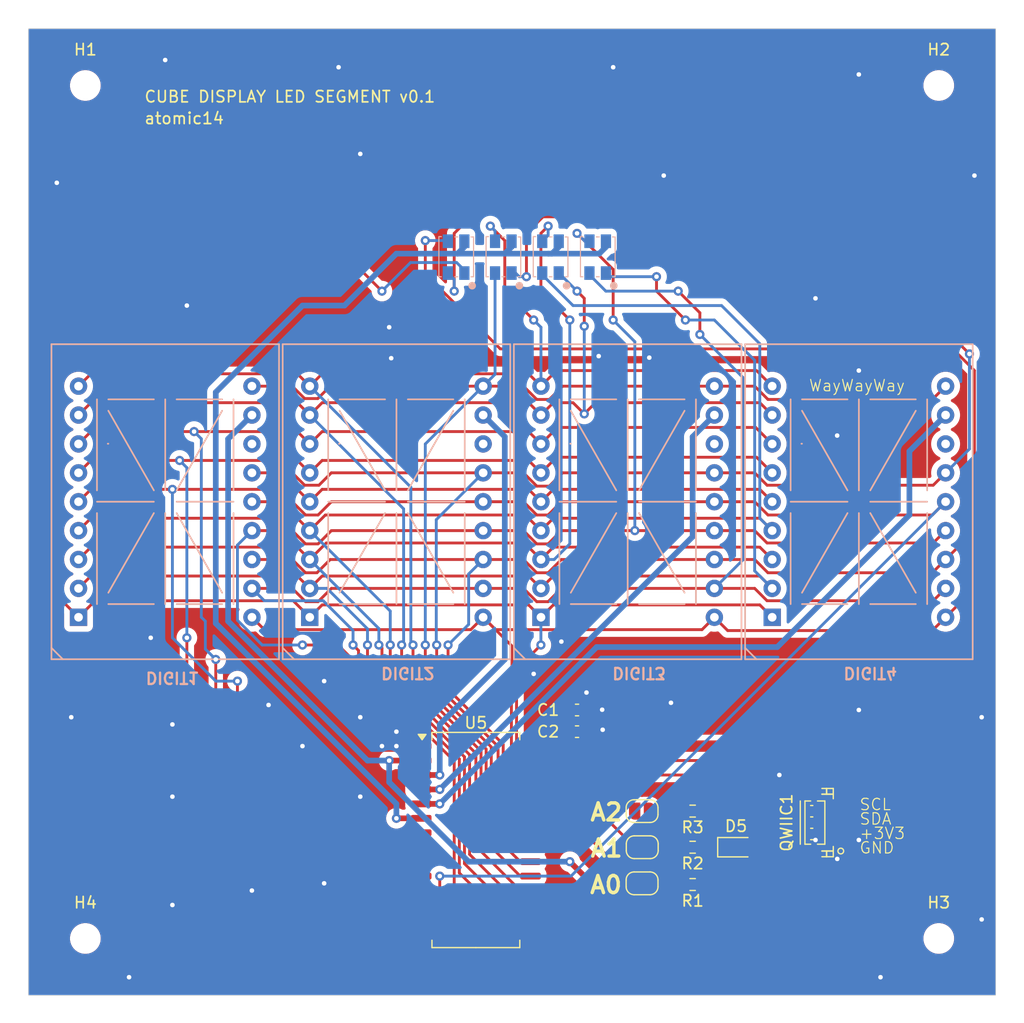
<source format=kicad_pcb>
(kicad_pcb (version 20241229) (generator "pcbnew") (generator_version "9.0")
  (layers (0 "F.Cu" signal) (2 "B.Cu" signal) (13 "F.Paste" user) (15 "B.Paste" user) (5 "F.SilkS" user "F.Silkscreen") (7 "B.SilkS" user "B.Silkscreen") (1 "F.Mask" user) (3 "B.Mask" user) (25 "Edge.Cuts" user))
  (net 0 "")
  (net 1 "GND")
  (net 2 "/COM4")
  (net 3 "/ROW0")
  (net 4 "/ROW1")
  (net 5 "/ROW2")
  (net 6 "/COM0")
  (net 7 "/ROW3")
  (net 8 "/ROW4")
  (net 9 "/ROW5")
  (net 10 "/ROW6")
  (net 11 "/ROW7")
  (net 12 "/ROW8")
  (net 13 "/ROW9")
  (net 14 "/ROW10")
  (net 15 "/ROW11")
  (net 16 "/COM1")
  (net 17 "/ROW13")
  (net 18 "/ROW14")
  (net 19 "/ROW12")
  (net 20 "/ROW15")
  (net 21 "/COM2")
  (net 22 "/COM3")
  (net 23 "Net-(D5-K)")
  (net 24 "Net-(JP1-B)")
  (net 25 "Net-(JP2-B)")
  (net 26 "Net-(JP3-B)")
  (net 27 "/DP0")
  (net 28 "/DP1")
  (net 29 "/DP2")
  (net 30 "/DP3")
  (net 31 "+3V3")
  (net 32 "SCL")
  (net 33 "SDA")
  (footprint "Package_SO:SOIC-28W_7.5x18.7mm_P1.27mm" (layer "F.Cu") (at 154.305 119.38)
    (property "Reference" "U5")
    (property "Value" "HT16K33-28pin")
  )
  (footprint "Capacitor_SMD:C_0603_1608Metric" (layer "F.Cu") (at 163.195 107.95)
    (property "Reference" "C1")
    (property "Value" "100nF")
  )
  (footprint "Capacitor_SMD:C_0603_1608Metric" (layer "F.Cu") (at 163.195 109.855)
    (property "Reference" "C2")
    (property "Value" "47uF")
  )
  (footprint "Jumper:SolderJumper-2_P1.3mm_Open_RoundedPad1.0x1.5mm" (layer "F.Cu") (at 168.91 116.84)
    (property "Reference" "JP3" (hide yes))
    (property "Value" "SolderJumper_2_Open")
  )
  (footprint "Jumper:SolderJumper-2_P1.3mm_Open_RoundedPad1.0x1.5mm" (layer "F.Cu") (at 168.91 123.19)
    (property "Reference" "JP1" (hide yes))
    (property "Value" "SolderJumper_2_Open")
  )
  (footprint "Resistor_SMD:R_0603_1608Metric" (layer "F.Cu") (at 173.355 116.84 180)
    (property "Reference" "R3")
    (property "Value" "22k")
  )
  (footprint "Resistor_SMD:R_0603_1608Metric" (layer "F.Cu") (at 173.355 123.29668 180)
    (property "Reference" "R1")
    (property "Value" "22k")
  )
  (footprint "Jumper:SolderJumper-2_P1.3mm_Open_RoundedPad1.0x1.5mm" (layer "F.Cu") (at 168.925 120.015)
    (property "Reference" "JP2" (hide yes))
    (property "Value" "SolderJumper_2_Open")
  )
  (footprint "Resistor_SMD:R_0603_1608Metric" (layer "F.Cu") (at 173.355 120.015 180)
    (property "Reference" "R2")
    (property "Value" "22k")
  )
  (footprint "Diode_SMD:D_SOD-323" (layer "F.Cu") (at 177.165 120.015)
    (property "Reference" "D5")
    (property "Value" "D")
  )
  (footprint "MountingHole:MountingHole_2.2mm_M2" (layer "F.Cu") (at 119.985 53.0385)
    (property "Reference" "H1")
    (property "Value" "MountingHole")
  )
  (footprint "MountingHole:MountingHole_2.2mm_M2" (layer "F.Cu") (at 194.985 128.0385)
    (property "Reference" "H3")
    (property "Value" "MountingHole")
  )
  (footprint "MountingHole:MountingHole_2.2mm_M2" (layer "F.Cu") (at 119.985 128.0385)
    (property "Reference" "H4")
    (property "Value" "MountingHole")
  )
  (footprint "easyeda2kicad:CONN-SMD_BM04B-SRSS-TB" (layer "F.Cu") (at 184.785 117.85 90)
    (property "Reference" "QWIIC1")
    (property "Value" "BM04B-SRSS-TB(LF)(SN)")
  )
  (footprint "MountingHole:MountingHole_2.2mm_M2" (layer "F.Cu") (at 194.985 53.0385)
    (property "Reference" "H2")
    (property "Value" "MountingHole")
  )
  (footprint "Display_Other:DIP-18_600_ELL" (layer "B.Cu") (at 127.065 89.637)
    (property "Reference" "U1" (hide yes))
    (property "Value" "KingBright_PSA08-11" (hide yes))
  )
  (footprint "Display_Other:DIP-18_600_ELL" (layer "B.Cu") (at 167.705 89.637)
    (property "Reference" "U3" (hide yes))
    (property "Value" "KingBright_PSA08-11" (hide yes))
  )
  (footprint "Display_Other:DIP-18_600_ELL" (layer "B.Cu") (at 147.385 89.637)
    (property "Reference" "U2" (hide yes))
    (property "Value" "KingBright_PSA08-11" (hide yes))
  )
  (footprint "Display_Other:DIP-18_600_ELL" (layer "B.Cu") (at 188.025 89.637)
    (property "Reference" "U4" (hide yes))
    (property "Value" "KingBright_PSA08-11" (hide yes))
  )
  (footprint "Display_Other:KAA-3528RGBS-11" (layer "B.Cu") (at 152.575992 68.103826 -90)
    (property "Reference" "D1" (hide yes))
    (property "Value" "LED_RCGB" (hide yes))
  )
  (footprint "Display_Other:KAA-3528RGBS-11" (layer "B.Cu") (at 156.723992 68.103826 -90)
    (property "Reference" "D2" (hide yes))
    (property "Value" "LED_RCGB" (hide yes))
  )
  (footprint "Display_Other:KAA-3528RGBS-11" (layer "B.Cu") (at 165.019992 68.103826 -90)
    (property "Reference" "D4" (hide yes))
    (property "Value" "LED_RCGB" (hide yes))
  )
  (footprint "Display_Other:KAA-3528RGBS-11" (layer "B.Cu") (at 160.871992 68.103826 -90)
    (property "Reference" "D3" (hide yes))
    (property "Value" "LED_RCGB" (hide yes))
  )
  (gr_rect (start 114.985 48.0385) (end 199.985 133.0385) (stroke (width 0.05)) (fill no) (layer "Edge.Cuts"))
  (gr_text "A2" (at 164.210227 117.814337 0) (layer "F.SilkS") (effects (font (size 1.5 1.5) (thickness 0.3) (bold yes)) (justify left bottom)))
  (gr_text "WayWayWay" (at 183.515 80.01 0) (layer "F.SilkS") (effects (font (size 1 1) (thickness 0.1)) (justify left bottom)))
  (gr_text "GND" (at 187.96 120.65 0) (layer "F.SilkS") (effects (font (size 1 1) (thickness 0.1)) (justify left bottom)))
  (gr_text "atomic14" (at 125.095 56.515 0) (layer "F.SilkS") (effects (font (size 1 1)) (justify left bottom)))
  (gr_text "CUBE DISPLAY LED SEGMENT v0.1" (at 125.095 54.61 0) (layer "F.SilkS") (effects (font (size 1 1)) (justify left bottom)))
  (gr_text "+3V3" (at 187.96 119.38 0) (layer "F.SilkS") (effects (font (size 1 1) (thickness 0.1)) (justify left bottom)))
  (gr_text "SCL" (at 187.96 116.84 0) (layer "F.SilkS") (effects (font (size 1 1) (thickness 0.1)) (justify left bottom)))
  (gr_text "A0" (at 164.184517 124.20321 0) (layer "F.SilkS") (effects (font (size 1.5 1.5) (thickness 0.3) (bold yes)) (justify left bottom)))
  (gr_text "A1" (at 164.235937 120.989491 0) (layer "F.SilkS") (effects (font (size 1.5 1.5) (thickness 0.3) (bold yes)) (justify left bottom)))
  (gr_text "SDA" (at 187.96 118.11 0) (layer "F.SilkS") (effects (font (size 1 1) (thickness 0.1)) (justify left bottom)))
  (segment (start 146.05 111.125) (end 139.065 111.125) (width 1) (layer "F.Cu") (net 1))
  (segment (start 149.505 111.125) (end 146.05 111.125) (width 1) (layer "F.Cu") (net 1))
  (via (at 189.865 131.445) (size 0.8) (drill 0.4) (layers "F.Cu" "B.Cu") (net 1))
  (via (at 187.96 78.105) (size 0.8) (drill 0.4) (layers "F.Cu" "B.Cu") (net 1))
  (via (at 166.37 51.435) (size 0.8) (drill 0.4) (layers "F.Cu" "B.Cu") (net 1))
  (via (at 127 50.8) (size 0.8) (drill 0.4) (layers "F.Cu" "B.Cu") (net 1))
  (via (at 180.975 113.665) (size 0.8) (drill 0.4) (layers "F.Cu" "B.Cu") (net 1))
  (via (at 187.96 52.07) (size 0.8) (drill 0.4) (layers "F.Cu" "B.Cu") (net 1))
  (via (at 171.45 107.315) (size 0.8) (drill 0.4) (layers "F.Cu" "B.Cu") (net 1))
  (via (at 123.825 131.445) (size 0.8) (drill 0.4) (layers "F.Cu" "B.Cu") (net 1))
  (via (at 134.62 123.825) (size 0.8) (drill 0.4) (layers "F.Cu" "B.Cu") (net 1))
  (via (at 186.062988 121.043489) (size 0.8) (drill 0.4) (layers "F.Cu" "B.Cu") (net 1))
  (via (at 118.745 108.585) (size 0.8) (drill 0.4) (layers "F.Cu" "B.Cu") (net 1))
  (via (at 186.055 83.82) (size 0.8) (drill 0.4) (layers "F.Cu" "B.Cu") (net 1))
  (via (at 127.635 115.57) (size 0.8) (drill 0.4) (layers "F.Cu" "B.Cu") (net 1))
  (via (at 146.86342 77.017821) (size 0.8) (drill 0.4) (layers "F.Cu" "B.Cu") (net 1))
  (via (at 127.635 125.095) (size 0.8) (drill 0.4) (layers "F.Cu" "B.Cu") (net 1))
  (via (at 170.815 60.96) (size 0.8) (drill 0.4) (layers "F.Cu" "B.Cu") (net 1))
  (via (at 136.085268 107.510295) (size 0.8) (drill 0.4) (layers "F.Cu" "B.Cu") (net 1))
  (via (at 198.755 108.585) (size 0.8) (drill 0.4) (layers "F.Cu" "B.Cu") (net 1))
  (via (at 169.544999 76.969768) (size 0.8) (drill 0.4) (layers "F.Cu" "B.Cu") (net 1))
  (via (at 139.065 111.125) (size 0.8) (drill 0.4) (layers "F.Cu" "B.Cu") (net 1))
  (via (at 142.24 51.435) (size 0.8) (drill 0.4) (layers "F.Cu" "B.Cu") (net 1))
  (via (at 164.02563 106.416708) (size 0.8) (drill 0.4) (layers "F.Cu" "B.Cu") (net 1))
  (via (at 184.15 71.755) (size 0.8) (drill 0.4) (layers "F.Cu" "B.Cu") (net 1))
  (via (at 198.755 126.365) (size 0.8) (drill 0.4) (layers "F.Cu" "B.Cu") (net 1))
  (via (at 165.1 76.835) (size 0.8) (drill 0.4) (layers "F.Cu" "B.Cu") (net 1))
  (via (at 127.635 109.22) (size 0.8) (drill 0.4) (layers "F.Cu" "B.Cu") (net 1))
  (via (at 144.145 108.585) (size 0.8) (drill 0.4) (layers "F.Cu" "B.Cu") (net 1))
  (via (at 147.32 111.125) (size 0.8) (drill 0.4) (layers "F.Cu" "B.Cu") (net 1))
  (via (at 125.73 101.6) (size 0.8) (drill 0.4) (layers "F.Cu" "B.Cu") (net 1))
  (via (at 165.403591 107.925489) (size 0.8) (drill 0.4) (layers "F.Cu" "B.Cu") (net 1))
  (via (at 144.145 115.57) (size 0.8) (drill 0.4) (layers "F.Cu" "B.Cu") (net 1))
  (via (at 147.32 109.855) (size 0.8) (drill 0.4) (layers "F.Cu" "B.Cu") (net 1))
  (via (at 140.97 105.41) (size 0.8) (drill 0.4) (layers "F.Cu" "B.Cu") (net 1))
  (via (at 146.05 111.125) (size 0.8) (drill 0.4) (layers "F.Cu" "B.Cu") (net 1))
  (via (at 117.475 61.595) (size 0.8) (drill 0.4) (layers "F.Cu" "B.Cu") (net 1))
  (via (at 187.96 119.38) (size 0.8) (drill 0.4) (layers "F.Cu" "B.Cu") (net 1))
  (via (at 165.447197 109.687186) (size 0.8) (drill 0.4) (layers "F.Cu" "B.Cu") (net 1))
  (via (at 159.385 104.775) (size 0.8) (drill 0.4) (layers "F.Cu" "B.Cu") (net 1))
  (via (at 198.12 60.96) (size 0.8) (drill 0.4) (layers "F.Cu" "B.Cu") (net 1))
  (via (at 144.145 59.055) (size 0.8) (drill 0.4) (layers "F.Cu" "B.Cu") (net 1))
  (via (at 187.96 107.95) (size 0.8) (drill 0.4) (layers "F.Cu" "B.Cu") (net 1))
  (via (at 128.905 72.39) (size 0.8) (drill 0.4) (layers "F.Cu" "B.Cu") (net 1))
  (via (at 161.817105 101.935899) (size 0.8) (drill 0.4) (layers "F.Cu" "B.Cu") (net 1))
  (via (at 146.685 74.295) (size 0.8) (drill 0.4) (layers "F.Cu" "B.Cu") (net 1))
  (via (at 184.15 119.38) (size 0.8) (drill 0.4) (layers "F.Cu" "B.Cu") (net 1))
  (via (at 140.97 123.19) (size 0.8) (drill 0.4) (layers "F.Cu" "B.Cu") (net 1))
  (segment (start 149.505 117.475) (end 147.32 117.475) (width 0.5) (layer "F.Cu") (net 2))
  (via (at 147.32 117.475) (size 0.8) (drill 0.4) (layers "F.Cu" "B.Cu") (net 2))
  (segment (start 131.445 80.01) (end 131.445 100.33) (width 0.5) (layer "B.Cu") (net 2))
  (segment (start 160.997652 67.824) (end 161.587 67.234652) (width 0.5) (layer "B.Cu") (net 2))
  (segment (start 152.701652 67.824) (end 153.291 67.234652) (width 0.5) (layer "B.Cu") (net 2))
  (segment (start 161.587 67.234652) (end 161.587 66.732652) (width 0.5) (layer "B.Cu") (net 2))
  (segment (start 157.439 67.234652) (end 157.439 66.732652) (width 0.5) (layer "B.Cu") (net 2))
  (segment (start 165.145652 67.824) (end 165.735 67.234652) (width 0.5) (layer "B.Cu") (net 2))
  (segment (start 156.849652 67.824) (end 157.439 67.234652) (width 0.5) (layer "B.Cu") (net 2))
  (segment (start 152.701652 67.824) (end 156.849652 67.824) (width 0.5) (layer "B.Cu") (net 2))
  (segment (start 160.655 67.824) (end 160.997652 67.824) (width 0.5) (layer "B.Cu") (net 2))
  (segment (start 147.32 67.824) (end 152.701652 67.824) (width 0.5) (layer "B.Cu") (net 2))
  (segment (start 160.655 67.824) (end 165.145652 67.824) (width 0.5) (layer "B.Cu") (net 2))
  (segment (start 147.32 116.205) (end 147.32 117.475) (width 0.5) (layer "B.Cu") (net 2))
  (segment (start 147.32 67.824) (end 142.754 72.39) (width 0.5) (layer "B.Cu") (net 2))
  (segment (start 165.735 67.234652) (end 165.735 66.732652) (width 0.5) (layer "B.Cu") (net 2))
  (segment (start 131.445 100.33) (end 147.32 116.205) (width 0.5) (layer "B.Cu") (net 2))
  (segment (start 156.849652 67.824) (end 160.655 67.824) (width 0.5) (layer "B.Cu") (net 2))
  (segment (start 142.754 72.39) (end 139.065 72.39) (width 0.5) (layer "B.Cu") (net 2))
  (segment (start 139.065 72.39) (end 131.445 80.01) (width 0.5) (layer "B.Cu") (net 2))
  (segment (start 161.113 98.709) (end 179.257 98.709) (width 0.25) (layer "F.Cu") (net 3))
  (segment (start 143.51 68.58) (end 121.92 68.58) (width 0.25) (layer "F.Cu") (net 3))
  (segment (start 160.025 99.797) (end 161.113 98.709) (width 0.25) (layer "F.Cu") (net 3))
  (segment (start 119.385 99.797) (end 120.837 98.345) (width 0.25) (layer "F.Cu") (net 3))
  (segment (start 179.257 98.709) (end 180.345 99.797) (width 0.25) (layer "F.Cu") (net 3))
  (segment (start 121.92 68.58) (end 116.84 73.66) (width 0.25) (layer "F.Cu") (net 3))
  (segment (start 157.879 114.608999) (end 157.879 104.376) (width 0.25) (layer "F.Cu") (net 3))
  (segment (start 138.253 98.345) (end 139.705 99.797) (width 0.25) (layer "F.Cu") (net 3))
  (segment (start 116.84 97.252) (end 119.385 99.797) (width 0.25) (layer "F.Cu") (net 3))
  (segment (start 140.793 98.709) (end 158.937 98.709) (width 0.25) (layer "F.Cu") (net 3))
  (segment (start 166.355 114.935) (end 168.26 116.84) (width 0.25) (layer "F.Cu") (net 3))
  (segment (start 116.84 73.66) (end 116.84 97.252) (width 0.25) (layer "F.Cu") (net 3))
  (segment (start 158.205001 114.935) (end 157.879 114.608999) (width 0.25) (layer "F.Cu") (net 3))
  (segment (start 157.879 104.376) (end 160.02 102.235) (width 0.25) (layer "F.Cu") (net 3))
  (segment (start 120.837 98.345) (end 138.253 98.345) (width 0.25) (layer "F.Cu") (net 3))
  (segment (start 146.05 71.12) (end 143.51 68.58) (width 0.25) (layer "F.Cu") (net 3))
  (segment (start 159.105 114.935) (end 166.355 114.935) (width 0.25) (layer "F.Cu") (net 3))
  (segment (start 139.705 99.797) (end 140.793 98.709) (width 0.25) (layer "F.Cu") (net 3))
  (segment (start 159.105 114.935) (end 158.205001 114.935) (width 0.25) (layer "F.Cu") (net 3))
  (segment (start 158.937 98.709) (end 160.025 99.797) (width 0.25) (layer "F.Cu") (net 3))
  (via (at 146.05 71.12) (size 0.8) (drill 0.4) (layers "F.Cu" "B.Cu") (net 3))
  (via (at 160.02 102.235) (size 0.8) (drill 0.4) (layers "F.Cu" "B.Cu") (net 3))
  (segment (start 153.291 69.280652) (end 152.617 68.606652) (width 0.25) (layer "B.Cu") (net 3))
  (segment (start 160.02 102.235) (end 160.02 99.802) (width 0.25) (layer "B.Cu") (net 3))
  (segment (start 152.617 68.606652) (end 148.563348 68.606652) (width 0.25) (layer "B.Cu") (net 3))
  (segment (start 148.563348 68.606652) (end 146.05 71.12) (width 0.25) (layer "B.Cu") (net 3))
  (segment (start 152.4 66.04) (end 152.4 71.12) (width 0.25) (layer "F.Cu") (net 4))
  (segment (start 194.417 100.965) (end 195.585 99.797) (width 0.25) (layer "F.Cu") (net 4))
  (segment (start 175.265 99.797) (end 176.433 100.965) (width 0.25) (layer "F.Cu") (net 4))
  (segment (start 134.625 99.797) (end 135.713 100.885) (width 0.25) (layer "F.Cu") (net 4))
  (segment (start 157.428 114.795809) (end 157.428 104.18919) (width 0.25) (layer "F.Cu") (net 4))
  (segment (start 197.483595 74.928595) (end 198.755 76.2) (width 0.25) (layer "F.Cu") (net 4))
  (segment (start 181.611405 74.928595) (end 197.483595 74.928595) (width 0.25) (layer "F.Cu") (net 4))
  (segment (start 174.177 100.885) (end 175.265 99.797) (width 0.25) (layer "F.Cu") (net 4))
  (segment (start 157.428 104.18919) (end 157.48 104.13719) (width 0.25) (layer "F.Cu") (net 4))
  (segment (start 156.033 100.885) (end 174.177 100.885) (width 0.25) (layer "F.Cu") (net 4))
  (segment (start 157.48 104.13719) (end 157.48 102.332) (width 0.25) (layer "F.Cu") (net 4))
  (segment (start 157.48 114.847809) (end 157.428 114.795809) (width 0.25) (layer "F.Cu") (net 4))
  (segment (start 135.713 100.885) (end 153.857 100.885) (width 0.25) (layer "F.Cu") (net 4))
  (segment (start 159.105 116.205) (end 164.465 116.205) (width 0.25) (layer "F.Cu") (net 4))
  (segment (start 198.755 96.627) (end 195.585 99.797) (width 0.25) (layer "F.Cu") (net 4))
  (segment (start 164.465 116.205) (end 168.275 120.015) (width 0.25) (layer "F.Cu") (net 4))
  (segment (start 176.433 100.965) (end 194.417 100.965) (width 0.25) (layer "F.Cu") (net 4))
  (segment (start 170.81781 64.135) (end 181.611405 74.928595) (width 0.25) (layer "F.Cu") (net 4))
  (segment (start 154.305 64.135) (end 170.81781 64.135) (width 0.25) (layer "F.Cu") (net 4))
  (segment (start 157.48 114.935) (end 157.48 114.847809) (width 0.25) (layer "F.Cu") (net 4))
  (segment (start 154.945 99.797) (end 156.033 100.885) (width 0.25) (layer "F.Cu") (net 4))
  (segment (start 154.305 64.135) (end 152.4 66.04) (width 0.25) (layer "F.Cu") (net 4))
  (segment (start 153.857 100.885) (end 154.945 99.797) (width 0.25) (layer "F.Cu") (net 4))
  (segment (start 157.48 102.332) (end 154.945 99.797) (width 0.25) (layer "F.Cu") (net 4))
  (segment (start 198.755 76.2) (end 198.755 96.627) (width 0.25) (layer "F.Cu") (net 4))
  (segment (start 158.75 116.205) (end 157.48 114.935) (width 0.25) (layer "F.Cu") (net 4))
  (via (at 152.4 71.12) (size 0.8) (drill 0.4) (layers "F.Cu" "B.Cu") (net 4))
  (segment (start 152.4 70.091652) (end 151.841 69.532652) (width 0.25) (layer "B.Cu") (net 4))
  (segment (start 152.4 71.12) (end 152.4 70.091652) (width 0.25) (layer "B.Cu") (net 4))
  (segment (start 138.166335 94.717) (end 139.334335 95.885) (width 0.25) (layer "F.Cu") (net 5))
  (segment (start 151.860006 106.125956) (end 156.56 110.82595) (width 0.25) (layer "F.Cu") (net 5))
  (segment (start 198.12 78.105) (end 198.12 92.182) (width 0.25) (layer "F.Cu") (net 5))
  (segment (start 160.655 95.885) (end 161.823 94.717) (width 0.25) (layer "F.Cu") (net 5))
  (segment (start 149.86 66.675) (end 149.86 69.60672) (width 0.25) (layer "F.Cu") (net 5))
  (segment (start 165.49172 76.2) (end 196.215 76.2) (width 0.25) (layer "F.Cu") (net 5))
  (segment (start 175.265 94.717) (end 178.806335 94.717) (width 0.25) (layer "F.Cu") (net 5))
  (segment (start 198.12 92.182) (end 195.585 94.717) (width 0.25) (layer "F.Cu") (net 5))
  (segment (start 156.56 110.83719) (end 156.706001 110.983191) (width 0.25) (layer "F.Cu") (net 5))
  (segment (start 156.56 110.82595) (end 156.56 110.83719) (width 0.25) (layer "F.Cu") (net 5))
  (segment (start 156.706001 115.431001) (end 158.75 117.475) (width 0.25) (layer "F.Cu") (net 5))
  (segment (start 165.40072 76.109) (end 165.49172 76.2) (width 0.25) (layer "F.Cu") (net 5))
  (segment (start 139.334335 95.885) (end 140.335 95.885) (width 0.25) (layer "F.Cu") (net 5))
  (segment (start 149.86 69.60672) (end 156.45328 76.2) (width 0.25) (layer "F.Cu") (net 5))
  (segment (start 154.945 94.717) (end 158.486335 94.717) (width 0.25) (layer "F.Cu") (net 5))
  (segment (start 179.974335 95.885) (end 194.417 95.885) (width 0.25) (layer "F.Cu") (net 5))
  (segment (start 178.806335 94.717) (end 179.974335 95.885) (width 0.25) (layer "F.Cu") (net 5))
  (segment (start 156.706001 110.983191) (end 156.706001 115.431001) (width 0.25) (layer "F.Cu") (net 5))
  (segment (start 164.79928 76.109) (end 165.40072 76.109) (width 0.25) (layer "F.Cu") (net 5))
  (segment (start 159.105 117.475) (end 162.545 117.475) (width 0.25) (layer "F.Cu") (net 5))
  (segment (start 140.335 95.885) (end 141.503 94.717) (width 0.25) (layer "F.Cu") (net 5))
  (segment (start 161.823 94.717) (end 175.265 94.717) (width 0.25) (layer "F.Cu") (net 5))
  (segment (start 164.70828 76.2) (end 164.79928 76.109) (width 0.25) (layer "F.Cu") (net 5))
  (segment (start 151.860006 102.235) (end 151.860006 106.125956) (width 0.25) (layer "F.Cu") (net 5))
  (segment (start 159.654335 95.885) (end 160.655 95.885) (width 0.25) (layer "F.Cu") (net 5))
  (segment (start 158.486335 94.717) (end 159.654335 95.885) (width 0.25) (layer "F.Cu") (net 5))
  (segment (start 162.545 117.475) (end 168.26 123.19) (width 0.25) (layer "F.Cu") (net 5))
  (segment (start 141.503 94.717) (end 154.945 94.717) (width 0.25) (layer "F.Cu") (net 5))
  (segment (start 194.417 95.885) (end 195.585 94.717) (width 0.25) (layer "F.Cu") (net 5))
  (segment (start 196.215 76.2) (end 198.12 78.105) (width 0.25) (layer "F.Cu") (net 5))
  (segment (start 134.625 94.717) (end 138.166335 94.717) (width 0.25) (layer "F.Cu") (net 5))
  (segment (start 156.45328 76.2) (end 164.70828 76.2) (width 0.25) (layer "F.Cu") (net 5))
  (via (at 149.86 66.675) (size 0.8) (drill 0.4) (layers "F.Cu" "B.Cu") (net 5))
  (via (at 151.860006 102.235) (size 0.8) (drill 0.4) (layers "F.Cu" "B.Cu") (net 5))
  (segment (start 151.860006 102.235) (end 153.67 100.425006) (width 0.25) (layer "B.Cu") (net 5))
  (segment (start 153.67 100.425006) (end 153.67 95.992) (width 0.25) (layer "B.Cu") (net 5))
  (segment (start 149.86 66.675) (end 151.783348 66.675) (width 0.25) (layer "B.Cu") (net 5))
  (segment (start 153.67 95.992) (end 154.945 94.717) (width 0.25) (layer "B.Cu") (net 5))
  (segment (start 162.56 121.285) (end 167.005 125.73) (width 0.5) (layer "F.Cu") (net 6))
  (segment (start 167.005 125.73) (end 173.88 125.73) (width 0.5) (layer "F.Cu") (net 6))
  (segment (start 173.88 125.73) (end 178.215 121.395) (width 0.5) (layer "F.Cu") (net 6))
  (segment (start 178.215 121.395) (end 178.215 120.015) (width 0.5) (layer "F.Cu") (net 6))
  (segment (start 146.685 112.395) (end 149.505 112.395) (width 0.5) (layer "F.Cu") (net 6))
  (via (at 162.56 121.285) (size 0.8) (drill 0.4) (layers "F.Cu" "B.Cu") (net 6))
  (via (at 146.685 112.395) (size 0.8) (drill 0.4) (layers "F.Cu" "B.Cu") (net 6))
  (segment (start 132.531 84.111) (end 132.531 100.146) (width 0.5) (layer "B.Cu") (net 6))
  (segment (start 146.685 114.3) (end 153.67 121.285) (width 0.5) (layer "B.Cu") (net 6))
  (segment (start 132.531 100.146) (end 144.78 112.395) (width 0.5) (layer "B.Cu") (net 6))
  (segment (start 146.685 112.395) (end 146.685 114.3) (width 0.5) (layer "B.Cu") (net 6))
  (segment (start 134.625 82.017) (end 132.531 84.111) (width 0.5) (layer "B.Cu") (net 6))
  (segment (start 153.67 121.285) (end 162.56 121.285) (width 0.5) (layer "B.Cu") (net 6))
  (segment (start 144.78 112.395) (end 146.685 112.395) (width 0.5) (layer "B.Cu") (net 6))
  (segment (start 134.625 87.097) (end 138.166335 87.097) (width 0.25) (layer "F.Cu") (net 7))
  (segment (start 158.486335 87.097) (end 159.654335 88.265) (width 0.25) (layer "F.Cu") (net 7))
  (segment (start 140.515 88.185) (end 141.603 87.097) (width 0.25) (layer "F.Cu") (net 7))
  (segment (start 150.860003 102.235) (end 150.860003 105.763763) (width 0.25) (layer "F.Cu") (net 7))
  (segment (start 156.255001 111.170001) (end 156.255001 116.794999) (width 0.25) (layer "F.Cu") (net 7))
  (segment (start 170.631 64.586) (end 160.204 64.586) (width 0.25) (layer "F.Cu") (net 7))
  (segment (start 150.860003 105.763763) (end 156.109 111.01276) (width 0.25) (layer "F.Cu") (net 7))
  (segment (start 158.75 66.04) (end 158.75 69.85) (width 0.25) (layer "F.Cu") (net 7))
  (segment (start 160.75919 88.265) (end 161.92719 87.097) (width 0.25) (layer "F.Cu") (net 7))
  (segment (start 158.205001 118.745) (end 159.105 118.745) (width 0.25) (layer "F.Cu") (net 7))
  (segment (start 194.497 88.185) (end 195.585 87.097) (width 0.25) (layer "F.Cu") (net 7))
  (segment (start 139.254335 88.185) (end 140.515 88.185) (width 0.25) (layer "F.Cu") (net 7))
  (segment (start 156.109 111.024) (end 156.255001 111.170001) (width 0.25) (layer "F.Cu") (net 7))
  (segment (start 156.255001 116.794999) (end 158.205001 118.745) (width 0.25) (layer "F.Cu") (net 7))
  (segment (start 181.611405 75.566405) (end 196.606711 75.566405) (width 0.25) (layer "F.Cu") (net 7))
  (segment (start 159.654335 88.265) (end 160.75919 88.265) (width 0.25) (layer "F.Cu") (net 7))
  (segment (start 175.265 87.097) (end 178.806335 87.097) (width 0.25) (layer "F.Cu") (net 7))
  (segment (start 154.945 87.097) (end 158.486335 87.097) (width 0.25) (layer "F.Cu") (net 7))
  (segment (start 181.611405 75.566405) (end 170.631 64.586) (width 0.25) (layer "F.Cu") (net 7))
  (segment (start 161.92719 87.097) (end 175.265 87.097) (width 0.25) (layer "F.Cu") (net 7))
  (segment (start 179.894335 88.185) (end 194.497 88.185) (width 0.25) (layer "F.Cu") (net 7))
  (segment (start 156.109 111.01276) (end 156.109 111.024) (width 0.25) (layer "F.Cu") (net 7))
  (segment (start 141.603 87.097) (end 154.945 87.097) (width 0.25) (layer "F.Cu") (net 7))
  (segment (start 197.680153 76.639847) (end 196.606711 75.566405) (width 0.25) (layer "F.Cu") (net 7))
  (segment (start 178.806335 87.097) (end 179.894335 88.185) (width 0.25) (layer "F.Cu") (net 7))
  (segment (start 138.166335 87.097) (end 139.254335 88.185) (width 0.25) (layer "F.Cu") (net 7))
  (segment (start 160.204 64.586) (end 158.75 66.04) (width 0.25) (layer "F.Cu") (net 7))
  (via (at 158.75 69.85) (size 0.8) (drill 0.4) (layers "F.Cu" "B.Cu") (net 7))
  (via (at 150.860003 102.235) (size 0.8) (drill 0.4) (layers "F.Cu" "B.Cu") (net 7))
  (via (at 197.680153 76.639847) (size 0.8) (drill 0.4) (layers "F.Cu" "B.Cu") (net 7))
  (segment (start 150.823899 102.198896) (end 150.823899 91.218101) (width 0.25) (layer "B.Cu") (net 7))
  (segment (start 197.680153 85.001847) (end 195.585 87.097) (width 0.25) (layer "B.Cu") (net 7))
  (segment (start 158.75 69.85) (end 158.114696 69.85) (width 0.25) (layer "B.Cu") (net 7))
  (segment (start 158.114696 69.85) (end 157.797348 69.532652) (width 0.25) (layer "B.Cu") (net 7))
  (segment (start 197.680153 76.639847) (end 197.680153 85.001847) (width 0.25) (layer "B.Cu") (net 7))
  (segment (start 157.797348 69.532652) (end 157.439 69.532652) (width 0.25) (layer "B.Cu") (net 7))
  (segment (start 150.860003 102.235) (end 150.823899 102.198896) (width 0.25) (layer "B.Cu") (net 7))
  (segment (start 150.823899 91.218101) (end 154.945 87.097) (width 0.25) (layer "B.Cu") (net 7))
  (segment (start 154.945 79.477) (end 158.486335 79.477) (width 0.25) (layer "F.Cu") (net 8))
  (segment (start 178.806335 79.477) (end 179.974335 80.645) (width 0.25) (layer "F.Cu") (net 8))
  (segment (start 158.205001 120.015) (end 155.658 117.467999) (width 0.25) (layer "F.Cu") (net 8))
  (segment (start 138.166335 79.477) (end 139.254335 80.565) (width 0.25) (layer "F.Cu") (net 8))
  (segment (start 158.486335 79.477) (end 159.654335 80.645) (width 0.25) (layer "F.Cu") (net 8))
  (segment (start 179.974335 80.645) (end 194.417 80.645) (width 0.25) (layer "F.Cu") (net 8))
  (segment (start 134.625 79.477) (end 138.166335 79.477) (width 0.25) (layer "F.Cu") (net 8))
  (segment (start 139.254335 80.565) (end 140.415 80.565) (width 0.25) (layer "F.Cu") (net 8))
  (segment (start 141.503 79.477) (end 154.945 79.477) (width 0.25) (layer "F.Cu") (net 8))
  (segment (start 161.92719 79.477) (end 175.265 79.477) (width 0.25) (layer "F.Cu") (net 8))
  (segment (start 159.105 120.015) (end 158.205001 120.015) (width 0.25) (layer "F.Cu") (net 8))
  (segment (start 155.658 111.19957) (end 149.86 105.40157) (width 0.25) (layer "F.Cu") (net 8))
  (segment (start 160.75919 80.645) (end 161.92719 79.477) (width 0.25) (layer "F.Cu") (net 8))
  (segment (start 140.415 80.565) (end 141.503 79.477) (width 0.25) (layer "F.Cu") (net 8))
  (segment (start 194.417 80.645) (end 195.585 79.477) (width 0.25) (layer "F.Cu") (net 8))
  (segment (start 175.265 79.477) (end 178.806335 79.477) (width 0.25) (layer "F.Cu") (net 8))
  (segment (start 149.86 105.40157) (end 149.86 102.235) (width 0.25) (layer "F.Cu") (net 8))
  (segment (start 159.654335 80.645) (end 160.75919 80.645) (width 0.25) (layer "F.Cu") (net 8))
  (segment (start 155.658 117.467999) (end 155.658 111.19957) (width 0.25) (layer "F.Cu") (net 8))
  (via (at 149.86 102.235) (size 0.8) (drill 0.4) (layers "F.Cu" "B.Cu") (net 8))
  (segment (start 149.86 84.562) (end 154.945 79.477) (width 0.25) (layer "B.Cu") (net 8))
  (segment (start 155.989 69.532652) (end 155.989 78.433) (width 0.25) (layer "B.Cu") (net 8))
  (segment (start 149.86 102.235) (end 149.86 84.562) (width 0.25) (layer "B.Cu") (net 8))
  (segment (start 155.989 78.433) (end 154.945 79.477) (width 0.25) (layer "B.Cu") (net 8))
  (segment (start 155.575 65.405) (end 156.845 66.675) (width 0.25) (layer "F.Cu") (net 9))
  (segment (start 156.845 66.675) (end 156.845 71.12) (width 0.25) (layer "F.Cu") (net 9))
  (segment (start 140.793 78.389) (end 158.937 78.389) (width 0.25) (layer "F.Cu") (net 9))
  (segment (start 158.205001 121.285) (end 159.105 121.285) (width 0.25) (layer "F.Cu") (net 9))
  (segment (start 161.397 78.105) (end 178.973 78.105) (width 0.25) (layer "F.Cu") (net 9))
  (segment (start 158.937 78.389) (end 160.025 79.477) (width 0.25) (layer "F.Cu") (net 9))
  (segment (start 155.207 111.38638) (end 155.207 118.286999) (width 0.25) (layer "F.Cu") (net 9))
  (segment (start 155.207 118.286999) (end 158.205001 121.285) (width 0.25) (layer "F.Cu") (net 9))
  (segment (start 148.780012 102.235) (end 148.780012 104.959392) (width 0.25) (layer "F.Cu") (net 9))
  (segment (start 148.780012 104.959392) (end 155.207 111.38638) (width 0.25) (layer "F.Cu") (net 9))
  (segment (start 139.705 79.477) (end 140.793 78.389) (width 0.25) (layer "F.Cu") (net 9))
  (segment (start 178.973 78.105) (end 180.345 79.477) (width 0.25) (layer "F.Cu") (net 9))
  (segment (start 138.617 78.389) (end 139.705 79.477) (width 0.25) (layer "F.Cu") (net 9))
  (segment (start 156.845 71.12) (end 159.385 73.66) (width 0.25) (layer "F.Cu") (net 9))
  (segment (start 119.385 79.477) (end 120.473 78.389) (width 0.25) (layer "F.Cu") (net 9))
  (segment (start 160.025 79.477) (end 161.397 78.105) (width 0.25) (layer "F.Cu") (net 9))
  (segment (start 120.473 78.389) (end 138.617 78.389) (width 0.25) (layer "F.Cu") (net 9))
  (via (at 155.575 65.405) (size 0.8) (drill 0.4) (layers "F.Cu" "B.Cu") (net 9))
  (via (at 148.780012 102.235) (size 0.8) (drill 0.4) (layers "F.Cu" "B.Cu") (net 9))
  (via (at 159.385 73.66) (size 0.8) (drill 0.4) (layers "F.Cu" "B.Cu") (net 9))
  (segment (start 160.025 74.3) (end 160.025 79.477) (width 0.25) (layer "B.Cu") (net 9))
  (segment (start 148.59 102.044988) (end 148.59 88.362) (width 0.25) (layer "B.Cu") (net 9))
  (segment (start 159.385 73.66) (end 160.025 74.3) (width 0.25) (layer "B.Cu") (net 9))
  (segment (start 148.59 88.362) (end 139.705 79.477) (width 0.25) (layer "B.Cu") (net 9))
  (segment (start 155.989 65.819) (end 155.575 65.405) (width 0.25) (layer "B.Cu") (net 9))
  (segment (start 155.989 66.732652) (end 155.989 65.819) (width 0.25) (layer "B.Cu") (net 9))
  (segment (start 148.780012 102.235) (end 148.59 102.044988) (width 0.25) (layer "B.Cu") (net 9))
  (segment (start 164.816 80.929) (end 179.257 80.929) (width 0.25) (layer "F.Cu") (net 10))
  (segment (start 179.257 80.929) (end 180.345 82.017) (width 0.25) (layer "F.Cu") (net 10))
  (segment (start 163.83 71.755) (end 163.83 74.205) (width 0.25) (layer "F.Cu") (net 10))
  (segment (start 163.83 81.915) (end 162.844 80.929) (width 0.25) (layer "F.Cu") (net 10))
  (segment (start 164.816 80.929) (end 163.83 81.915) (width 0.25) (layer "F.Cu") (net 10))
  (segment (start 161.113 80.929) (end 160.025 82.017) (width 0.25) (layer "F.Cu") (net 10))
  (segment (start 154.756 111.57319) (end 154.756 119.105999) (width 0.25) (layer "F.Cu") (net 10))
  (segment (start 158.937 80.929) (end 160.025 82.017) (width 0.25) (layer "F.Cu") (net 10))
  (segment (start 119.385 82.017) (end 120.473 80.929) (width 0.25) (layer "F.Cu") (net 10))
  (segment (start 140.793 80.929) (end 158.937 80.929) (width 0.25) (layer "F.Cu") (net 10))
  (segment (start 138.617 80.929) (end 139.705 82.017) (width 0.25) (layer "F.Cu") (net 10))
  (segment (start 163.195 71.12) (end 163.83 71.755) (width 0.25) (layer "F.Cu") (net 10))
  (segment (start 147.780009 102.235) (end 147.780009 104.597199) (width 0.25) (layer "F.Cu") (net 10))
  (segment (start 120.473 80.929) (end 138.617 80.929) (width 0.25) (layer "F.Cu") (net 10))
  (segment (start 139.705 82.017) (end 140.793 80.929) (width 0.25) (layer "F.Cu") (net 10))
  (segment (start 158.205001 122.555) (end 159.105 122.555) (width 0.25) (layer "F.Cu") (net 10))
  (segment (start 154.756 119.105999) (end 158.205001 122.555) (width 0.25) (layer "F.Cu") (net 10))
  (segment (start 147.780009 104.597199) (end 154.756 111.57319) (width 0.25) (layer "F.Cu") (net 10))
  (segment (start 162.844 80.929) (end 161.113 80.929) (width 0.25) (layer "F.Cu") (net 10))
  (via (at 163.83 81.915) (size 0.8) (drill 0.4) (layers "F.Cu" "B.Cu") (net 10))
  (via (at 163.83 74.205) (size 0.8) (drill 0.4) (layers "F.Cu" "B.Cu") (net 10))
  (via (at 163.195 71.12) (size 0.8) (drill 0.4) (layers "F.Cu" "B.Cu") (net 10))
  (via (at 147.780009 102.235) (size 0.8) (drill 0.4) (layers "F.Cu" "B.Cu") (net 10))
  (segment (start 161.607652 69.532652) (end 163.195 71.12) (width 0.25) (layer "B.Cu") (net 10))
  (segment (start 147.955 102.060009) (end 147.955 90.267) (width 0.25) (layer "B.Cu") (net 10))
  (segment (start 147.955 90.267) (end 139.705 82.017) (width 0.25) (layer "B.Cu") (net 10))
  (segment (start 163.83 74.205) (end 163.83 81.915) (width 0.25) (layer "B.Cu") (net 10))
  (segment (start 147.780009 102.235) (end 147.955 102.060009) (width 0.25) (layer "B.Cu") (net 10))
  (segment (start 161.113 91.089) (end 179.257 91.089) (width 0.25) (layer "F.Cu") (net 11))
  (segment (start 160.025 92.177) (end 161.113 91.089) (width 0.25) (layer "F.Cu") (net 11))
  (segment (start 141.077 90.805) (end 158.653 90.805) (width 0.25) (layer "F.Cu") (net 11))
  (segment (start 154.305 119.924999) (end 158.205001 123.825) (width 0.25) (layer "F.Cu") (net 11))
  (segment (start 119.385 92.177) (end 120.473 91.089) (width 0.25) (layer "F.Cu") (net 11))
  (segment (start 139.705 92.177) (end 141.077 90.805) (width 0.25) (layer "F.Cu") (net 11))
  (segment (start 146.780006 104.235006) (end 154.305 111.76) (width 0.25) (layer "F.Cu") (net 11))
  (segment (start 120.473 91.089) (end 138.617 91.089) (width 0.25) (layer "F.Cu") (net 11))
  (segment (start 154.305 111.76) (end 154.305 119.924999) (width 0.25) (layer "F.Cu") (net 11))
  (segment (start 158.653 90.805) (end 160.025 92.177) (width 0.25) (layer "F.Cu") (net 11))
  (segment (start 179.257 91.089) (end 180.345 92.177) (width 0.25) (layer "F.Cu") (net 11))
  (segment (start 158.205001 123.825) (end 159.105 123.825) (width 0.25) (layer "F.Cu") (net 11))
  (segment (start 138.617 91.089) (end 139.705 92.177) (width 0.25) (layer "F.Cu") (net 11))
  (segment (start 146.780006 102.235) (end 146.780006 104.235006) (width 0.25) (layer "F.Cu") (net 11))
  (via (at 146.780006 102.235) (size 0.8) (drill 0.4) (layers "F.Cu" "B.Cu") (net 11))
  (segment (start 175.895 72.39) (end 179.257 75.752) (width 0.25) (layer "B.Cu") (net 11))
  (segment (start 179.257 91.089) (end 180.345 92.177) (width 0.25) (layer "B.Cu") (net 11))
  (segment (start 179.257 75.752) (end 179.257 91.089) (width 0.25) (layer "B.Cu") (net 11))
  (segment (start 146.780006 102.235) (end 146.780006 99.252006) (width 0.25) (layer "B.Cu") (net 11))
  (segment (start 162.844348 72.39) (end 175.895 72.39) (width 0.25) (layer "B.Cu") (net 11))
  (segment (start 146.780006 99.252006) (end 139.705 92.177) (width 0.25) (layer "B.Cu") (net 11))
  (segment (start 160.137 69.682652) (end 162.844348 72.39) (width 0.25) (layer "B.Cu") (net 11))
  (segment (start 160.025 94.717) (end 161.113 93.629) (width 0.25) (layer "F.Cu") (net 12))
  (segment (start 162.56 73.66) (end 160.02 71.12) (width 0.25) (layer "F.Cu") (net 12))
  (segment (start 179.257 93.629) (end 180.345 94.717) (width 0.25) (layer "F.Cu") (net 12))
  (segment (start 158.573 93.265) (end 160.025 94.717) (width 0.25) (layer "F.Cu") (net 12))
  (segment (start 146.05 104.179248) (end 153.753 111.882248) (width 0.25) (layer "F.Cu") (net 12))
  (segment (start 139.705 94.717) (end 141.157 93.265) (width 0.25) (layer "F.Cu") (net 12))
  (segment (start 161.113 93.629) (end 179.257 93.629) (width 0.25) (layer "F.Cu") (net 12))
  (segment (start 145.780003 102.235) (end 146.05 102.504997) (width 0.25) (layer "F.Cu") (net 12))
  (segment (start 158.205001 125.095) (end 159.105 125.095) (width 0.25) (layer "F.Cu") (net 12))
  (segment (start 120.473 93.629) (end 138.617 93.629) (width 0.25) (layer "F.Cu") (net 12))
  (segment (start 119.385 94.717) (end 120.473 93.629) (width 0.25) (layer "F.Cu") (net 12))
  (segment (start 153.753 120.642999) (end 158.205001 125.095) (width 0.25) (layer "F.Cu") (net 12))
  (segment (start 160.02 71.12) (end 160.02 66.04) (width 0.25) (layer "F.Cu") (net 12))
  (segment (start 153.753 111.882248) (end 153.753 120.642999) (width 0.25) (layer "F.Cu") (net 12))
  (segment (start 141.157 93.265) (end 158.573 93.265) (width 0.25) (layer "F.Cu") (net 12))
  (segment (start 138.617 93.629) (end 139.705 94.717) (width 0.25) (layer "F.Cu") (net 12))
  (segment (start 146.05 102.504997) (end 146.05 104.179248) (width 0.25) (layer "F.Cu") (net 12))
  (segment (start 160.02 66.04) (end 160.655 65.405) (width 0.25) (layer "F.Cu") (net 12))
  (via (at 160.655 65.405) (size 0.8) (drill 0.4) (layers "F.Cu" "B.Cu") (net 12))
  (via (at 145.780003 102.235) (size 0.8) (drill 0.4) (layers "F.Cu" "B.Cu") (net 12))
  (via (at 162.56 73.66) (size 0.8) (drill 0.4) (layers "F.Cu" "B.Cu") (net 12))
  (segment (start 162.56 73.66) (end 162.56 93.345) (width 0.25) (layer "B.Cu") (net 12))
  (segment (start 145.780003 102.235) (end 145.780003 100.792003) (width 0.25) (layer "B.Cu") (net 12))
  (segment (start 160.655 65.405) (end 160.655 66.214652) (width 0.25) (layer "B.Cu") (net 12))
  (segment (start 162.56 93.345) (end 161.188 94.717) (width 0.25) (layer "B.Cu") (net 12))
  (segment (start 160.655 66.214652) (end 160.137 66.732652) (width 0.25) (layer "B.Cu") (net 12))
  (segment (start 161.188 94.717) (end 160.025 94.717) (width 0.25) (layer "B.Cu") (net 12))
  (segment (start 145.780003 100.792003) (end 139.705 94.717) (width 0.25) (layer "B.Cu") (net 12))
  (segment (start 170.18 71.12) (end 172.72 73.66) (width 0.25) (layer "F.Cu") (net 13))
  (segment (start 153.302 121.461999) (end 158.205001 126.365) (width 0.25) (layer "F.Cu") (net 13))
  (segment (start 138.617 96.169) (end 139.705 97.257) (width 0.25) (layer "F.Cu") (net 13))
  (segment (start 158.937 96.169) (end 160.025 97.257) (width 0.25) (layer "F.Cu") (net 13))
  (segment (start 153.302 112.069058) (end 153.302 121.461999) (width 0.25) (layer "F.Cu") (net 13))
  (segment (start 144.78 103.547058) (end 153.302 112.069058) (width 0.25) (layer "F.Cu") (net 13))
  (segment (start 158.205001 126.365) (end 159.105 126.365) (width 0.25) (layer "F.Cu") (net 13))
  (segment (start 161.113 96.169) (end 179.257 96.169) (width 0.25) (layer "F.Cu") (net 13))
  (segment (start 119.385 97.257) (end 120.473 96.169) (width 0.25) (layer "F.Cu") (net 13))
  (segment (start 144.78 102.235) (end 144.78 103.547058) (width 0.25) (layer "F.Cu") (net 13))
  (segment (start 179.257 96.169) (end 180.345 97.257) (width 0.25) (layer "F.Cu") (net 13))
  (segment (start 160.025 97.257) (end 161.113 96.169) (width 0.25) (layer "F.Cu") (net 13))
  (segment (start 139.705 97.257) (end 140.793 96.169) (width 0.25) (layer "F.Cu") (net 13))
  (segment (start 120.473 96.169) (end 138.617 96.169) (width 0.25) (layer "F.Cu") (net 13))
  (segment (start 140.793 96.169) (end 158.937 96.169) (width 0.25) (layer "F.Cu") (net 13))
  (segment (start 170.18 69.85) (end 170.18 71.12) (width 0.25) (layer "F.Cu") (net 13))
  (via (at 144.78 102.235) (size 0.8) (drill 0.4) (layers "F.Cu" "B.Cu") (net 13))
  (via (at 172.72 73.66) (size 0.8) (drill 0.4) (layers "F.Cu" "B.Cu") (net 13))
  (via (at 170.18 69.85) (size 0.8) (drill 0.4) (layers "F.Cu" "B.Cu") (net 13))
  (segment (start 178.806 95.718) (end 180.345 97.257) (width 0.25) (layer "B.Cu") (net 13))
  (segment (start 144.78 102.235) (end 144.78 100.817306) (width 0.25) (layer "B.Cu") (net 13))
  (segment (start 178.806 77.20319) (end 178.806 95.718) (width 0.25) (layer "B.Cu") (net 13))
  (segment (start 175.26281 73.66) (end 178.806 77.20319) (width 0.25) (layer "B.Cu") (net 13))
  (segment (start 141.219694 97.257) (end 139.705 97.257) (width 0.25) (layer "B.Cu") (net 13))
  (segment (start 172.72 73.66) (end 175.26281 73.66) (width 0.25) (layer "B.Cu") (net 13))
  (segment (start 144.78 100.817306) (end 141.219694 97.257) (width 0.25) (layer "B.Cu") (net 13))
  (segment (start 166.052348 69.85) (end 170.18 69.85) (width 0.25) (layer "B.Cu") (net 13))
  (segment (start 161.823 97.257) (end 175.265 97.257) (width 0.25) (layer "F.Cu") (net 14))
  (segment (start 141.60719 97.257) (end 154.945 97.257) (width 0.25) (layer "F.Cu") (net 14))
  (segment (start 160.655 98.425) (end 161.823 97.257) (width 0.25) (layer "F.Cu") (net 14))
  (segment (start 173.99 74.93) (end 173.99 73.025) (width 0.25) (layer "F.Cu") (net 14))
  (segment (start 159.654335 98.425) (end 160.655 98.425) (width 0.25) (layer "F.Cu") (net 14))
  (segment (start 194.497 98.345) (end 195.585 97.257) (width 0.25) (layer "F.Cu") (net 14))
  (segment (start 143.992089 102.717089) (end 143.992089 103.396957) (width 0.25) (layer "F.Cu") (net 14))
  (segment (start 152.851 122.280999) (end 158.205001 127.635) (width 0.25) (layer "F.Cu") (net 14))
  (segment (start 173.99 73.025) (end 172.085 71.12) (width 0.25) (layer "F.Cu") (net 14))
  (segment (start 138.166335 97.257) (end 139.334335 98.425) (width 0.25) (layer "F.Cu") (net 14))
  (segment (start 154.945 97.257) (end 158.486335 97.257) (width 0.25) (layer "F.Cu") (net 14))
  (segment (start 178.806335 97.257) (end 179.894335 98.345) (width 0.25) (layer "F.Cu") (net 14))
  (segment (start 143.992089 103.396957) (end 152.851 112.255868) (width 0.25) (layer "F.Cu") (net 14))
  (segment (start 134.625 97.257) (end 138.166335 97.257) (width 0.25) (layer "F.Cu") (net 14))
  (segment (start 139.334335 98.425) (end 140.43919 98.425) (width 0.25) (layer "F.Cu") (net 14))
  (segment (start 143.51 102.235) (end 143.992089 102.717089) (width 0.25) (layer "F.Cu") (net 14))
  (segment (start 152.851 112.255868) (end 152.851 122.280999) (width 0.25) (layer "F.Cu") (net 14))
  (segment (start 179.894335 98.345) (end 194.497 98.345) (width 0.25) (layer "F.Cu") (net 14))
  (segment (start 158.205001 127.635) (end 159.105 127.635) (width 0.25) (layer "F.Cu") (net 14))
  (segment (start 175.265 97.257) (end 178.806335 97.257) (width 0.25) (layer "F.Cu") (net 14))
  (segment (start 158.486335 97.257) (end 159.654335 98.425) (width 0.25) (layer "F.Cu") (net 14))
  (segment (start 140.43919 98.425) (end 141.60719 97.257) (width 0.25) (layer "F.Cu") (net 14))
  (via (at 143.51 102.235) (size 0.8) (drill 0.4) (layers "F.Cu" "B.Cu") (net 14))
  (via (at 173.99 74.93) (size 0.8) (drill 0.4) (layers "F.Cu" "B.Cu") (net 14))
  (via (at 172.085 71.12) (size 0.8) (drill 0.4) (layers "F.Cu" "B.Cu") (net 14))
  (segment (start 164.285 69.682652) (end 165.722348 71.12) (width 0.25) (layer "B.Cu") (net 14))
  (segment (start 135.713 98.345) (end 134.625 97.257) (width 0.25) (layer "B.Cu") (net 14))
  (segment (start 177.8 94.722) (end 175.265 97.257) (width 0.25) (layer "B.Cu") (net 14))
  (segment (start 143.51 100.965) (end 140.89 98.345) (width 0.25) (layer "B.Cu") (net 14))
  (segment (start 140.89 98.345) (end 135.713 98.345) (width 0.25) (layer "B.Cu") (net 14))
  (segment (start 177.8 78.74) (end 177.8 94.722) (width 0.25) (layer "B.Cu") (net 14))
  (segment (start 165.722348 71.12) (end 172.085 71.12) (width 0.25) (layer "B.Cu") (net 14))
  (segment (start 173.99 74.93) (end 177.8 78.74) (width 0.25) (layer "B.Cu") (net 14))
  (segment (start 143.51 102.235) (end 143.51 100.965) (width 0.25) (layer "B.Cu") (net 14))
  (segment (start 175.265 92.177) (end 178.806335 92.177) (width 0.25) (layer "F.Cu") (net 15))
  (segment (start 152.4 112.442678) (end 142.192322 102.235) (width 0.25) (layer "F.Cu") (net 15))
  (segment (start 154.945 92.177) (end 158.486335 92.177) (width 0.25) (layer "F.Cu") (net 15))
  (segment (start 166.37 69.215) (end 166.37 73.66) (width 0.25) (layer "F.Cu") (net 15))
  (segment (start 179.894335 93.265) (end 194.497 93.265) (width 0.25) (layer "F.Cu") (net 15))
  (segment (start 178.806335 92.177) (end 179.894335 93.265) (width 0.25) (layer "F.Cu") (net 15))
  (segment (start 150.404999 127.635) (end 152.4 125.639999) (width 0.25) (layer "F.Cu") (net 15))
  (segment (start 158.486335 92.177) (end 159.654335 93.345) (width 0.25) (layer "F.Cu") (net 15))
  (segment (start 138.166335 92.177) (end 139.334335 93.345) (width 0.25) (layer "F.Cu") (net 15))
  (segment (start 142.192322 102.235) (end 139.065 102.235) (width 0.25) (layer "F.Cu") (net 15))
  (segment (start 161.823 92.177) (end 168.275 92.177) (width 0.25) (layer "F.Cu") (net 15))
  (segment (start 140.43919 93.345) (end 141.60719 92.177) (width 0.25) (layer "F.Cu") (net 15))
  (segment (start 149.505 127.635) (end 150.404999 127.635) (width 0.25) (layer "F.Cu") (net 15))
  (segment (start 159.654335 93.345) (end 160.655 93.345) (width 0.25) (layer "F.Cu") (net 15))
  (segment (start 141.60719 92.177) (end 154.945 92.177) (width 0.25) (layer "F.Cu") (net 15))
  (segment (start 134.625 92.177) (end 138.166335 92.177) (width 0.25) (layer "F.Cu") (net 15))
  (segment (start 139.334335 93.345) (end 140.43919 93.345) (width 0.25) (layer "F.Cu") (net 15))
  (segment (start 160.655 93.345) (end 161.823 92.177) (width 0.25) (layer "F.Cu") (net 15))
  (segment (start 152.4 125.639999) (end 152.4 112.442678) (width 0.25) (layer "F.Cu") (net 15))
  (segment (start 168.275 92.177) (end 175.265 92.177) (width 0.25) (layer "F.Cu") (net 15))
  (segment (start 163.195 66.04) (end 166.37 69.215) (width 0.25) (layer "F.Cu") (net 15))
  (segment (start 194.497 93.265) (end 195.585 92.177) (width 0.25) (layer "F.Cu") (net 15))
  (via (at 166.37 73.66) (size 0.8) (drill 0.4) (layers "F.Cu" "B.Cu") (net 15))
  (via (at 139.065 102.235) (size 0.8) (drill 0.4) (layers "F.Cu" "B.Cu") (net 15))
  (via (at 163.195 66.04) (size 0.8) (drill 0.4) (layers "F.Cu" "B.Cu") (net 15))
  (via (at 168.275 92.177) (size 0.8) (drill 0.4) (layers "F.Cu" "B.Cu") (net 15))
  (segment (start 139.065 102.235) (end 135.524335 102.235) (width 0.25) (layer "B.Cu") (net 15))
  (segment (start 133.35 93.452) (end 134.625 92.177) (width 0.25) (layer "B.Cu") (net 15))
  (segment (start 133.35 100.060665) (end 133.35 93.452) (width 0.25) (layer "B.Cu") (net 15))
  (segment (start 163.887652 66.732652) (end 163.195 66.04) (width 0.25) (layer "B.Cu") (net 15))
  (segment (start 164.285 66.732652) (end 163.887652 66.732652) (width 0.25) (layer "B.Cu") (net 15))
  (segment (start 135.524335 102.235) (end 133.35 100.060665) (width 0.25) (layer "B.Cu") (net 15))
  (segment (start 166.37 73.66) (end 168.275 75.565) (width 0.25) (layer "B.Cu") (net 15))
  (segment (start 168.275 75.565) (end 168.275 92.177) (width 0.25) (layer "B.Cu") (net 15))
  (segment (start 149.505 113.665) (end 151.13 113.665) (width 0.5) (layer "F.Cu") (net 16))
  (via (at 151.13 113.665) (size 0.8) (drill 0.4) (layers "F.Cu" "B.Cu") (net 16))
  (segment (start 151.13 113.665) (end 151.13 109.22) (width 0.5) (layer "B.Cu") (net 16))
  (segment (start 156.845 83.917) (end 154.945 82.017) (width 0.5) (layer "B.Cu") (net 16))
  (segment (start 156.845 103.505) (end 156.845 83.917) (width 0.5) (layer "B.Cu") (net 16))
  (segment (start 151.13 109.22) (end 156.845 103.505) (width 0.5) (layer "B.Cu") (net 16))
  (segment (start 149.505 125.095) (end 150.404999 125.095) (width 0.25) (layer "F.Cu") (net 17))
  (segment (start 159.654335 90.805) (end 160.655 90.805) (width 0.25) (layer "F.Cu") (net 17))
  (segment (start 154.945 89.637) (end 158.486335 89.637) (width 0.25) (layer "F.Cu") (net 17))
  (segment (start 179.974335 90.805) (end 194.417 90.805) (width 0.25) (layer "F.Cu") (net 17))
  (segment (start 141.60719 89.637) (end 154.945 89.637) (width 0.25) (layer "F.Cu") (net 17))
  (segment (start 160.655 90.805) (end 161.823 89.637) (width 0.25) (layer "F.Cu") (net 17))
  (segment (start 140.43919 90.805) (end 141.60719 89.637) (width 0.25) (layer "F.Cu") (net 17))
  (segment (start 138.166335 89.637) (end 139.334335 90.805) (width 0.25) (layer "F.Cu") (net 17))
  (segment (start 161.823 89.637) (end 175.265 89.637) (width 0.25) (layer "F.Cu") (net 17))
  (segment (start 158.486335 89.637) (end 159.654335 90.805) (width 0.25) (layer "F.Cu") (net 17))
  (segment (start 134.625 89.637) (end 138.166335 89.637) (width 0.25) (layer "F.Cu") (net 17))
  (segment (start 150.404999 125.095) (end 151.13 124.369999) (width 0.25) (layer "F.Cu") (net 17))
  (segment (start 175.265 89.637) (end 178.806335 89.637) (width 0.25) (layer "F.Cu") (net 17))
  (segment (start 194.417 90.805) (end 195.585 89.637) (width 0.25) (layer "F.Cu") (net 17))
  (segment (start 151.13 124.369999) (end 151.13 122.555) (width 0.25) (layer "F.Cu") (net 17))
  (segment (start 178.806335 89.637) (end 179.974335 90.805) (width 0.25) (layer "F.Cu") (net 17))
  (segment (start 139.334335 90.805) (end 140.43919 90.805) (width 0.25) (layer "F.Cu") (net 17))
  (via (at 151.13 122.555) (size 0.8) (drill 0.4) (layers "F.Cu" "B.Cu") (net 17))
  (segment (start 151.13 122.555) (end 162.667 122.555) (width 0.25) (layer "B.Cu") (net 17))
  (segment (start 162.667 122.555) (end 195.585 89.637) (width 0.25) (layer "B.Cu") (net 17))
  (segment (start 131.445 106.664999) (end 148.605001 123.825) (width 0.25) (layer "F.Cu") (net 18))
  (segment (start 158.937 83.469) (end 160.025 84.557) (width 0.25) (layer "F.Cu") (net 18))
  (segment (start 148.605001 123.825) (end 149.505 123.825) (width 0.25) (layer "F.Cu") (net 18))
  (segment (start 131.445 103.505) (end 131.445 106.664999) (width 0.25) (layer "F.Cu") (net 18))
  (segment (start 140.793 83.469) (end 158.937 83.469) (width 0.25) (layer "F.Cu") (net 18))
  (segment (start 120.473 83.469) (end 129.54 83.469) (width 0.25) (layer "F.Cu") (net 18))
  (segment (start 129.54 83.469) (end 138.617 83.469) (width 0.25) (layer "F.Cu") (net 18))
  (segment (start 138.617 83.469) (end 139.705 84.557) (width 0.25) (layer "F.Cu") (net 18))
  (segment (start 161.477 83.105) (end 178.893 83.105) (width 0.25) (layer "F.Cu") (net 18))
  (segment (start 119.385 84.557) (end 120.473 83.469) (width 0.25) (layer "F.Cu") (net 18))
  (segment (start 178.893 83.105) (end 180.345 84.557) (width 0.25) (layer "F.Cu") (net 18))
  (segment (start 160.025 84.557) (end 161.477 83.105) (width 0.25) (layer "F.Cu") (net 18))
  (segment (start 139.705 84.557) (end 140.793 83.469) (width 0.25) (layer "F.Cu") (net 18))
  (via (at 131.445 103.505) (size 0.8) (drill 0.4) (layers "F.Cu" "B.Cu") (net 18))
  (via (at 129.54 83.469) (size 0.8) (drill 0.4) (layers "F.Cu" "B.Cu") (net 18))
  (segment (start 130.529 100.14319) (end 130.175 99.78919) (width 0.25) (layer "B.Cu") (net 18))
  (segment (start 130.175 84.104) (end 129.54 83.469) (width 0.25) (layer "B.Cu") (net 18))
  (segment (start 131.445 103.505) (end 130.529 102.589) (width 0.25) (layer "B.Cu") (net 18))
  (segment (start 130.529 102.589) (end 130.529 100.14319) (width 0.25) (layer "B.Cu") (net 18))
  (segment (start 130.175 99.78919) (end 130.175 84.104) (width 0.25) (layer "B.Cu") (net 18))
  (segment (start 128.27 86.009) (end 138.617 86.009) (width 0.25) (layer "F.Cu") (net 19))
  (segment (start 128.905 106.68) (end 148.59 126.365) (width 0.25) (layer "F.Cu") (net 19))
  (segment (start 120.473 86.009) (end 128.27 86.009) (width 0.25) (layer "F.Cu") (net 19))
  (segment (start 128.905 101.6) (end 128.905 106.68) (width 0.25) (layer "F.Cu") (net 19))
  (segment (start 139.705 87.097) (end 140.793 86.009) (width 0.25) (layer "F.Cu") (net 19))
  (segment (start 148.59 126.365) (end 149.505 126.365) (width 0.25) (layer "F.Cu") (net 19))
  (segment (start 119.385 87.097) (end 120.473 86.009) (width 0.25) (layer "F.Cu") (net 19))
  (segment (start 138.617 86.009) (end 139.705 87.097) (width 0.25) (layer "F.Cu") (net 19))
  (segment (start 161.397 85.725) (end 178.973 85.725) (width 0.25) (layer "F.Cu") (net 19))
  (segment (start 160.025 87.097) (end 161.397 85.725) (width 0.25) (layer "F.Cu") (net 19))
  (segment (start 158.937 86.009) (end 160.025 87.097) (width 0.25) (layer "F.Cu") (net 19))
  (segment (start 178.973 85.725) (end 180.345 87.097) (width 0.25) (layer "F.Cu") (net 19))
  (segment (start 140.793 86.009) (end 158.937 86.009) (width 0.25) (layer "F.Cu") (net 19))
  (via (at 128.905 101.6) (size 0.8) (drill 0.4) (layers "F.Cu" "B.Cu") (net 19))
  (via (at 128.27 86.009) (size 0.8) (drill 0.4) (layers "F.Cu" "B.Cu") (net 19))
  (segment (start 128.905 86.644) (end 128.27 86.009) (width 0.25) (layer "B.Cu") (net 19))
  (segment (start 128.905 101.6) (end 128.905 86.644) (width 0.25) (layer "B.Cu") (net 19))
  (segment (start 138.617 88.549) (end 139.705 89.637) (width 0.25) (layer "F.Cu") (net 20))
  (segment (start 160.025 89.637) (end 161.113 88.549) (width 0.25) (layer "F.Cu") (net 20))
  (segment (start 120.473 88.549) (end 127.635 88.549) (width 0.25) (layer "F.Cu") (net 20))
  (segment (start 133.35 105.41) (end 133.35 107.315) (width 0.25) (layer "F.Cu") (net 20))
  (segment (start 133.35 107.315) (end 148.59 122.555) (width 0.25) (layer "F.Cu") (net 20))
  (segment (start 127.635 88.549) (end 138.617 88.549) (width 0.25) (layer "F.Cu") (net 20))
  (segment (start 119.385 89.637) (end 120.473 88.549) (width 0.25) (layer "F.Cu") (net 20))
  (segment (start 148.59 122.555) (end 149.505 122.555) (width 0.25) (layer "F.Cu") (net 20))
  (segment (start 139.705 89.637) (end 140.793 88.549) (width 0.25) (layer "F.Cu") (net 20))
  (segment (start 158.937 88.549) (end 160.025 89.637) (width 0.25) (layer "F.Cu") (net 20))
  (segment (start 161.113 88.549) (end 179.257 88.549) (width 0.25) (layer "F.Cu") (net 20))
  (segment (start 179.257 88.549) (end 180.345 89.637) (width 0.25) (layer "F.Cu") (net 20))
  (segment (start 140.793 88.549) (end 158.937 88.549) (width 0.25) (layer "F.Cu") (net 20))
  (via (at 127.635 88.549) (size 0.8) (drill 0.4) (layers "F.Cu" "B.Cu") (net 20))
  (via (at 133.35 105.41) (size 0.8) (drill 0.4) (layers "F.Cu" "B.Cu") (net 20))
  (segment (start 131.445 105.41) (end 127.635 101.6) (width 0.25) (layer "B.Cu") (net 20))
  (segment (start 127.635 101.6) (end 127.635 88.549) (width 0.25) (layer "B.Cu") (net 20))
  (segment (start 133.35 105.41) (end 131.445 105.41) (width 0.25) (layer "B.Cu") (net 20))
  (segment (start 149.505 114.935) (end 151.13 114.935) (width 0.5) (layer "F.Cu") (net 21))
  (via (at 151.13 114.935) (size 0.8) (drill 0.4) (layers "F.Cu" "B.Cu") (net 21))
  (segment (start 151.13 114.935) (end 173.355 92.71) (width 0.5) (layer "B.Cu") (net 21))
  (segment (start 173.355 92.71) (end 173.355 83.927) (width 0.5) (layer "B.Cu") (net 21))
  (segment (start 173.355 83.927) (end 175.265 82.017) (width 0.5) (layer "B.Cu") (net 21))
  (segment (start 149.505 116.205) (end 151.13 116.205) (width 0.5) (layer "F.Cu") (net 22))
  (via (at 151.13 116.205) (size 0.8) (drill 0.4) (layers "F.Cu" "B.Cu") (net 22))
  (segment (start 180.794391 102.415609) (end 192.405 90.805) (width 0.5) (layer "B.Cu") (net 22))
  (segment (start 192.405 90.805) (end 192.405 85.197) (width 0.5) (layer "B.Cu") (net 22))
  (segment (start 151.13 116.205) (end 164.919391 102.415609) (width 0.5) (layer "B.Cu") (net 22))
  (segment (start 164.919391 102.415609) (end 180.794391 102.415609) (width 0.5) (layer "B.Cu") (net 22))
  (segment (start 192.405 85.197) (end 195.585 82.017) (width 0.5) (layer "B.Cu") (net 22))
  (segment (start 174.18 116.84) (end 174.18 123.29668) (width 0.25) (layer "F.Cu") (net 23))
  (segment (start 174.18 120.015) (end 176.115 120.015) (width 0.25) (layer "F.Cu") (net 23))
  (segment (start 169.56 123.19) (end 172.42332 123.19) (width 0.25) (layer "F.Cu") (net 24))
  (segment (start 169.575 120.015) (end 172.53 120.015) (width 0.25) (layer "F.Cu") (net 25))
  (segment (start 169.56 116.84) (end 172.53 116.84) (width 0.25) (layer "F.Cu") (net 26))
  (segment (start 162.42 110.63) (end 161.925 111.125) (width 1) (layer "F.Cu") (net 31))
  (segment (start 161.925 111.125) (end 159.105 111.125) (width 1) (layer "F.Cu") (net 31))
  (segment (start 193.04 116.205) (end 193.04 114.3) (width 1) (layer "F.Cu") (net 31))
  (segment (start 187.43295 118.35) (end 187.67295 118.11) (width 1) (layer "F.Cu") (net 31))
  (segment (start 162.42 107.95) (end 162.42 110.63) (width 1) (layer "F.Cu") (net 31))
  (segment (start 186.045 118.35) (end 187.43295 118.35) (width 1) (layer "F.Cu") (net 31))
  (segment (start 191.135 118.11) (end 193.04 116.205) (width 1) (layer "F.Cu") (net 31))
  (segment (start 187.67295 118.11) (end 191.135 118.11) (width 1) (layer "F.Cu") (net 31))
  (segment (start 193.04 114.3) (end 189.865 111.125) (width 1) (layer "F.Cu") (net 31))
  (segment (start 189.865 111.125) (end 161.925 111.125) (width 1) (layer "F.Cu") (net 31))
  (segment (start 178.67828 113.665) (end 181.36328 116.35) (width 0.25) (layer "F.Cu") (net 32))
  (segment (start 181.36328 116.35) (end 186.045 116.35) (width 0.25) (layer "F.Cu") (net 32))
  (segment (start 159.105 113.665) (end 178.67828 113.665) (width 0.25) (layer "F.Cu") (net 32))
  (segment (start 186.815 117.35) (end 187.96 116.205) (width 0.25) (layer "F.Cu") (net 33))
  (segment (start 186.055 112.395) (end 159.105 112.395) (width 0.25) (layer "F.Cu") (net 33))
  (segment (start 187.96 114.3) (end 186.055 112.395) (width 0.25) (layer "F.Cu") (net 33))
  (segment (start 187.96 116.205) (end 187.96 114.3) (width 0.25) (layer "F.Cu") (net 33))
  (zone (net 1) (net_name "GND") (layers "F.Cu" "B.Cu") (connect_pads (clearance 0.508)) (min_thickness 0.25) (fill yes (thermal_gap 0.5) (thermal_bridge_width 0.5))
    (polygon (pts (xy 112.483207 45.522433) (xy 202.488275 45.571108) (xy 202.378909 135.485278) (xy 112.660303 135.50766)))
  )
)
</source>
